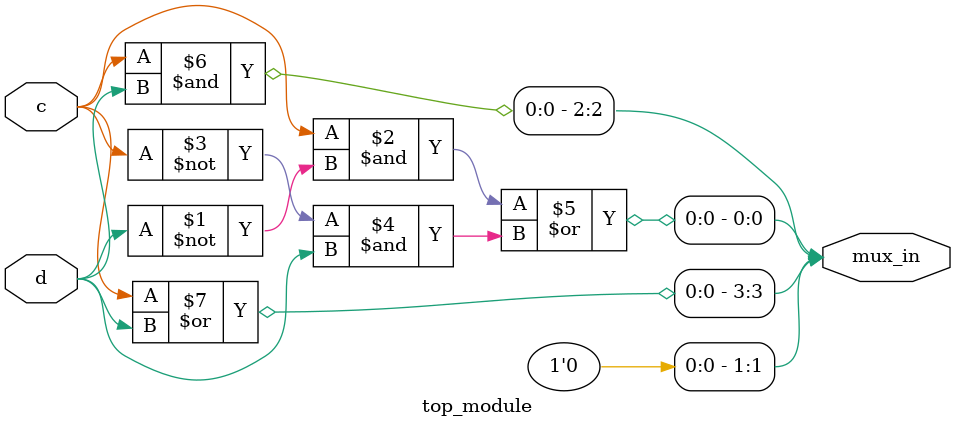
<source format=sv>
module top_module (
    input c,
    input d,
    output [3:0] mux_in
);
    assign mux_in[0] = (c & ~d) | (~c & d);
    assign mux_in[1] = 1'b0;
    assign mux_in[2] = (c & d);
    assign mux_in[3] = (c) | (d);
endmodule

</source>
